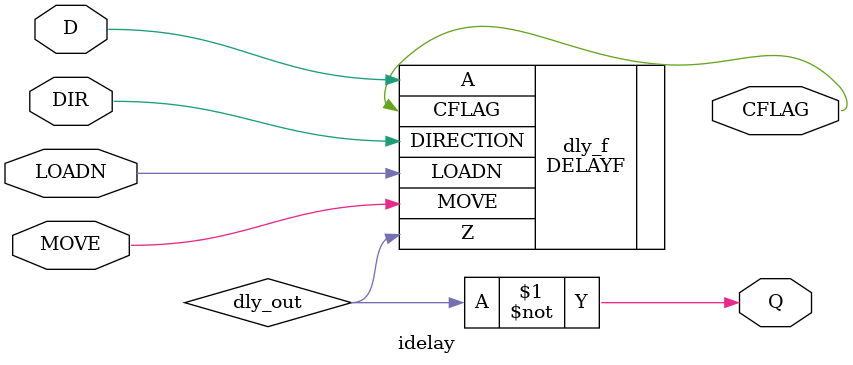
<source format=v>
module idelay(input D, MOVE, LOADN, DIR, output Q, CFLAG);
wire dly_out;
DELAYF dly_f (.A(D), .MOVE(MOVE), .LOADN(LOADN), .DIRECTION(DIR), .Z(dly_out), .CFLAG(CFLAG));
assign Q = ~dly_out;
endmodule


</source>
